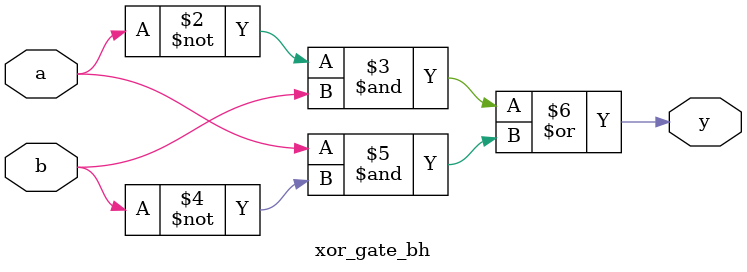
<source format=v>
module xor_gate_bh (
    input a,
    input b,
    output reg y
);

always @(*) begin
//    y = a ^ b;
y = (~a & b) | (a & ~b);
end

endmodule

</source>
